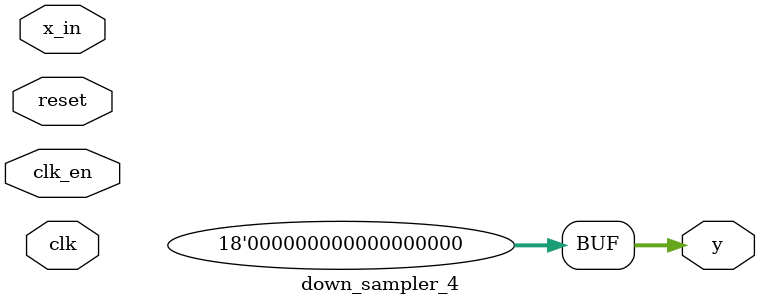
<source format=v>
module down_sampler_4(input clk,
	input reset,
	input clk_en,
	input signed [17:0] x_in,
	output reg signed [17:0] y
);

reg sampler;
reg [1:0] counter;



// always @ *
//     case(counter)
//     2'b00: sampler <= 1;
//     default: sampler <= 0;
//     endcase

// always @ (posedge clk)
// begin
//     if (reset)
//         counter <= 0;
//     else
//         counter = counter + 1'b1;
// end
/// remove this for board implementation
always @ (reset)
 y <= 0;
 ///
always @ (posedge clk)
if(clk_en)
    y <= x_in;


endmodule
</source>
